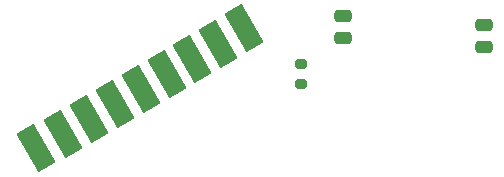
<source format=gbr>
%TF.GenerationSoftware,KiCad,Pcbnew,(6.0.2)*%
%TF.CreationDate,2022-06-07T19:59:30+02:00*%
%TF.ProjectId,cup_connect,6375705f-636f-46e6-9e65-63742e6b6963,rev?*%
%TF.SameCoordinates,Original*%
%TF.FileFunction,Paste,Top*%
%TF.FilePolarity,Positive*%
%FSLAX46Y46*%
G04 Gerber Fmt 4.6, Leading zero omitted, Abs format (unit mm)*
G04 Created by KiCad (PCBNEW (6.0.2)) date 2022-06-07 19:59:30*
%MOMM*%
%LPD*%
G01*
G04 APERTURE LIST*
G04 Aperture macros list*
%AMRoundRect*
0 Rectangle with rounded corners*
0 $1 Rounding radius*
0 $2 $3 $4 $5 $6 $7 $8 $9 X,Y pos of 4 corners*
0 Add a 4 corners polygon primitive as box body*
4,1,4,$2,$3,$4,$5,$6,$7,$8,$9,$2,$3,0*
0 Add four circle primitives for the rounded corners*
1,1,$1+$1,$2,$3*
1,1,$1+$1,$4,$5*
1,1,$1+$1,$6,$7*
1,1,$1+$1,$8,$9*
0 Add four rect primitives between the rounded corners*
20,1,$1+$1,$2,$3,$4,$5,0*
20,1,$1+$1,$4,$5,$6,$7,0*
20,1,$1+$1,$6,$7,$8,$9,0*
20,1,$1+$1,$8,$9,$2,$3,0*%
%AMRotRect*
0 Rectangle, with rotation*
0 The origin of the aperture is its center*
0 $1 length*
0 $2 width*
0 $3 Rotation angle, in degrees counterclockwise*
0 Add horizontal line*
21,1,$1,$2,0,0,$3*%
G04 Aperture macros list end*
%ADD10RoundRect,0.250000X0.475000X-0.250000X0.475000X0.250000X-0.475000X0.250000X-0.475000X-0.250000X0*%
%ADD11RoundRect,0.200000X0.275000X-0.200000X0.275000X0.200000X-0.275000X0.200000X-0.275000X-0.200000X0*%
%ADD12RotRect,3.750000X1.700000X120.000000*%
G04 APERTURE END LIST*
D10*
%TO.C,C2*%
X-6096000Y-13208000D03*
X-6096000Y-11308000D03*
%TD*%
%TO.C,C1*%
X5842000Y-13970000D03*
X5842000Y-12070000D03*
%TD*%
D11*
%TO.C,R1*%
X-9652000Y-17081000D03*
X-9652000Y-15431000D03*
%TD*%
D12*
%TO.C,J1*%
X-32029651Y-22543017D03*
X-29805947Y-21314586D03*
X-27606242Y-20044586D03*
X-25406538Y-18774586D03*
X-23206833Y-17504586D03*
X-21007128Y-16234586D03*
X-18807424Y-14964586D03*
X-16607719Y-13694586D03*
X-14432015Y-12383017D03*
%TD*%
M02*

</source>
